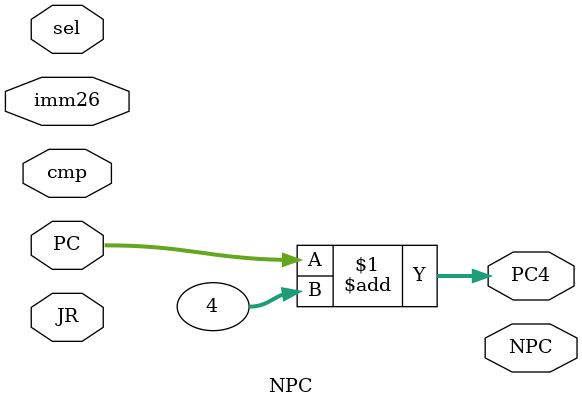
<source format=v>
`timescale 1ns / 1ps
`include "const.v"
module NPC(
	input [31:0] PC,
	input [31:0] JR,
	input [25:0] imm26,
	input [2:0] sel,
	input cmp,
	output [31:0] NPC,
	output [31:0] PC4
	);

	assign PC4 = PC + 4;
	
	
endmodule

</source>
